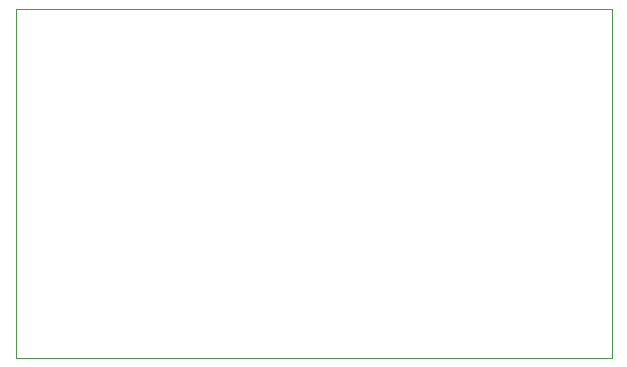
<source format=gm1>
G04 #@! TF.FileFunction,Profile,NP*
%FSLAX46Y46*%
G04 Gerber Fmt 4.6, Leading zero omitted, Abs format (unit mm)*
G04 Created by KiCad (PCBNEW (2016-03-18 BZR 6629)-product) date Fr 15 Apr 2016 01:16:20 CEST*
%MOMM*%
G01*
G04 APERTURE LIST*
%ADD10C,0.100000*%
G04 APERTURE END LIST*
D10*
X113000000Y-95000000D02*
X113000000Y-124500000D01*
X163500000Y-95000000D02*
X113000000Y-95000000D01*
X163500000Y-95500000D02*
X163500000Y-95000000D01*
X163500000Y-124500000D02*
X163500000Y-95500000D01*
X113000000Y-124500000D02*
X163500000Y-124500000D01*
M02*

</source>
